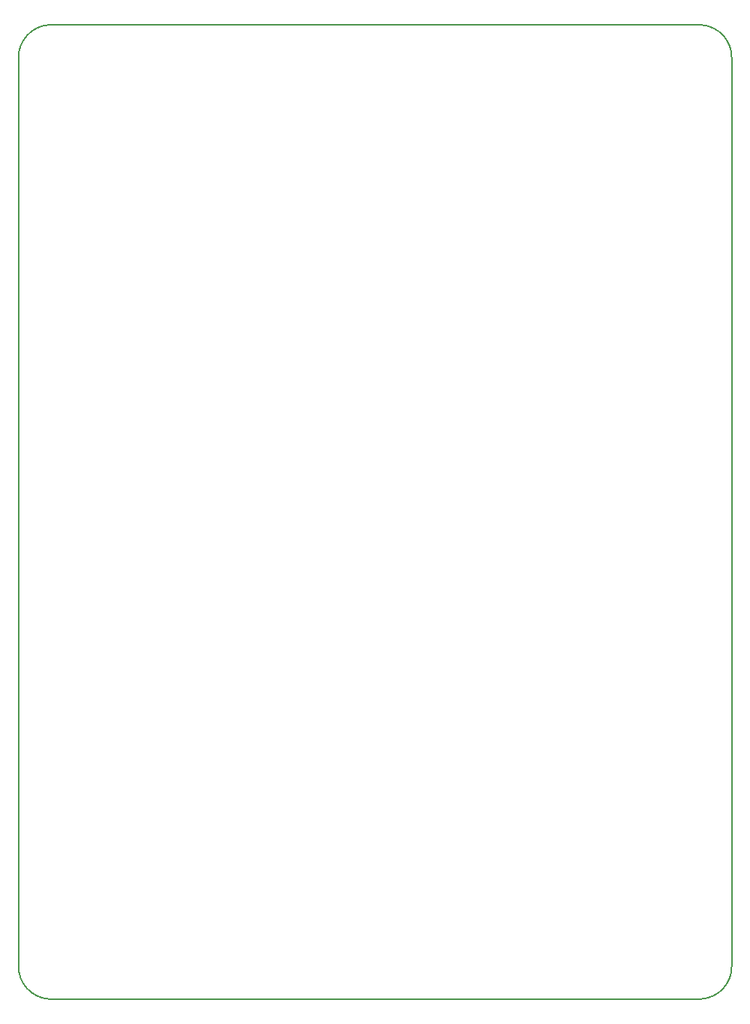
<source format=gko>
G04 DipTrace 3.3.0.0*
G04 typhoon.GKO*
%MOIN*%
G04 #@! TF.FileFunction,Profile*
G04 #@! TF.Part,Single*
%ADD11C,0.005512*%
%FSLAX26Y26*%
G04*
G70*
G90*
G75*
G01*
G04 BoardOutline*
%LPD*%
X529103Y4719000D2*
D11*
G03X394103Y4569000I9773J-144545D01*
G01*
Y544000D1*
G03X529103Y394000I144773J-5455D01*
G01*
X3429103D1*
G03X3564103Y544000I-9773J144545D01*
G01*
Y4569000D1*
G03X3429103Y4719000I-144773J5455D01*
G01*
X529103D1*
M02*

</source>
